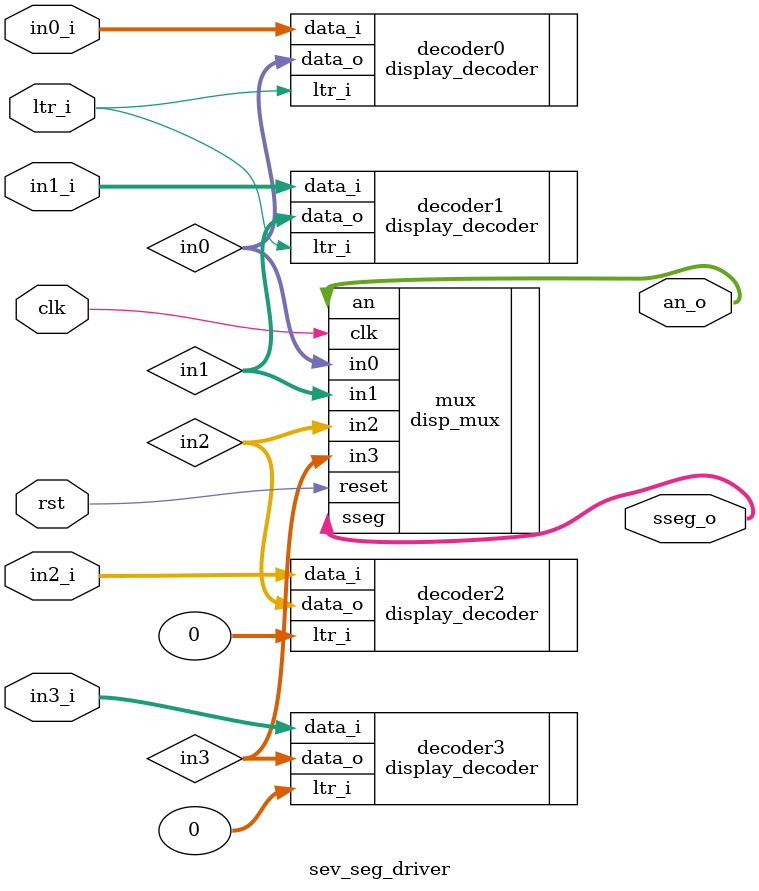
<source format=sv>
`timescale 1ns / 1ps

module sev_seg_driver(
    input  logic clk, rst, ltr_i,
    input  logic [3:0] in3_i, in2_i, in1_i, in0_i,
    output logic [3:0] an_o,   // enable
    output logic [7:0] sseg_o  // led segments
    );
    
    logic [7:0] in0, in1, in2, in3;
    
    disp_mux mux(.clk(clk), .reset(rst), .in3(in3), .in2(in2), .in1(in1), .in0(in0), .an(an_o), .sseg(sseg_o));
    
    display_decoder decoder0(.data_i(in0_i), .ltr_i(ltr_i), .data_o(in0));
    display_decoder decoder1(.data_i(in1_i), .ltr_i(ltr_i), .data_o(in1));
    display_decoder decoder2(.data_i(in2_i), .ltr_i(0), .data_o(in2));
    display_decoder decoder3(.data_i(in3_i), .ltr_i(0), .data_o(in3));
endmodule

</source>
